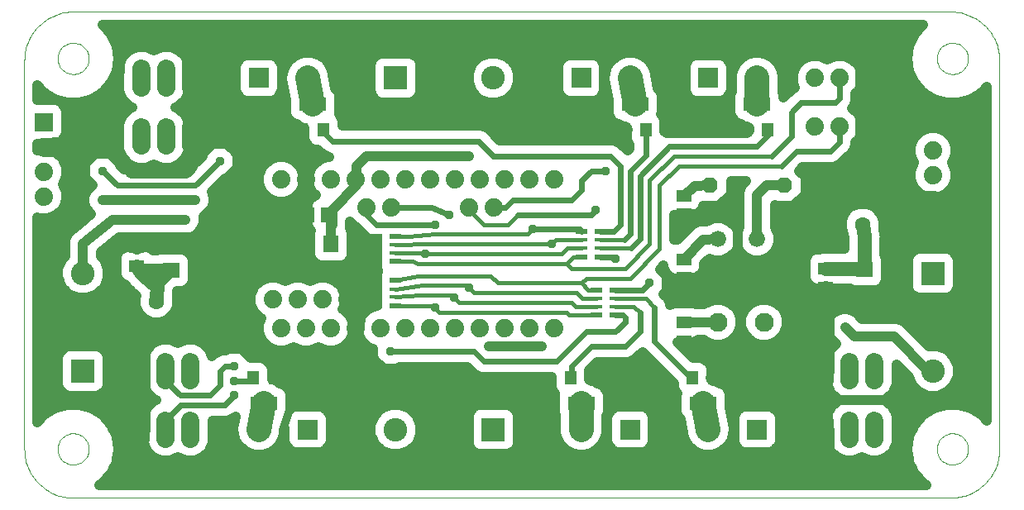
<source format=gbl>
G75*
%MOIN*%
%OFA0B0*%
%FSLAX24Y24*%
%IPPOS*%
%LPD*%
%AMOC8*
5,1,8,0,0,1.08239X$1,22.5*
%
%ADD10C,0.0000*%
%ADD11C,0.0740*%
%ADD12C,0.0740*%
%ADD13R,0.0591X0.0512*%
%ADD14R,0.0709X0.0630*%
%ADD15OC8,0.0630*%
%ADD16C,0.0630*%
%ADD17C,0.0660*%
%ADD18R,0.0950X0.0950*%
%ADD19C,0.0950*%
%ADD20R,0.0800X0.0800*%
%ADD21C,0.0800*%
%ADD22R,0.0630X0.0709*%
%ADD23R,0.0512X0.0591*%
%ADD24R,0.1102X0.0551*%
%ADD25R,0.0472X0.0551*%
%ADD26R,0.0453X0.0173*%
%ADD27R,0.0453X0.0248*%
%ADD28C,0.0768*%
%ADD29R,0.0740X0.0740*%
%ADD30C,0.0240*%
%ADD31C,0.0500*%
%ADD32C,0.0400*%
%ADD33C,0.0660*%
%ADD34C,0.0560*%
%ADD35C,0.0760*%
%ADD36C,0.1000*%
%ADD37C,0.0700*%
%ADD38C,0.0320*%
%ADD39OC8,0.0356*%
%ADD40C,0.0160*%
D10*
X002269Y000300D02*
X037623Y000300D01*
X037709Y000302D01*
X037795Y000307D01*
X037880Y000317D01*
X037965Y000330D01*
X038049Y000347D01*
X038133Y000367D01*
X038215Y000391D01*
X038296Y000419D01*
X038377Y000450D01*
X038455Y000484D01*
X038532Y000522D01*
X038608Y000564D01*
X038681Y000608D01*
X038752Y000656D01*
X038822Y000707D01*
X038889Y000761D01*
X038953Y000817D01*
X039015Y000877D01*
X039075Y000939D01*
X039131Y001003D01*
X039185Y001070D01*
X039236Y001140D01*
X039284Y001211D01*
X039328Y001284D01*
X039370Y001360D01*
X039408Y001437D01*
X039442Y001515D01*
X039473Y001596D01*
X039501Y001677D01*
X039525Y001759D01*
X039545Y001843D01*
X039562Y001927D01*
X039575Y002012D01*
X039585Y002097D01*
X039590Y002183D01*
X039592Y002269D01*
X039591Y002269D02*
X039591Y017938D01*
X037072Y018017D02*
X037074Y018067D01*
X037080Y018117D01*
X037090Y018166D01*
X037104Y018214D01*
X037121Y018261D01*
X037142Y018306D01*
X037167Y018350D01*
X037195Y018391D01*
X037227Y018430D01*
X037261Y018467D01*
X037298Y018501D01*
X037338Y018531D01*
X037380Y018558D01*
X037424Y018582D01*
X037470Y018603D01*
X037517Y018619D01*
X037565Y018632D01*
X037615Y018641D01*
X037664Y018646D01*
X037715Y018647D01*
X037765Y018644D01*
X037814Y018637D01*
X037863Y018626D01*
X037911Y018611D01*
X037957Y018593D01*
X038002Y018571D01*
X038045Y018545D01*
X038086Y018516D01*
X038125Y018484D01*
X038161Y018449D01*
X038193Y018411D01*
X038223Y018371D01*
X038250Y018328D01*
X038273Y018284D01*
X038292Y018238D01*
X038308Y018190D01*
X038320Y018141D01*
X038328Y018092D01*
X038332Y018042D01*
X038332Y017992D01*
X038328Y017942D01*
X038320Y017893D01*
X038308Y017844D01*
X038292Y017796D01*
X038273Y017750D01*
X038250Y017706D01*
X038223Y017663D01*
X038193Y017623D01*
X038161Y017585D01*
X038125Y017550D01*
X038086Y017518D01*
X038045Y017489D01*
X038002Y017463D01*
X037957Y017441D01*
X037911Y017423D01*
X037863Y017408D01*
X037814Y017397D01*
X037765Y017390D01*
X037715Y017387D01*
X037664Y017388D01*
X037615Y017393D01*
X037565Y017402D01*
X037517Y017415D01*
X037470Y017431D01*
X037424Y017452D01*
X037380Y017476D01*
X037338Y017503D01*
X037298Y017533D01*
X037261Y017567D01*
X037227Y017604D01*
X037195Y017643D01*
X037167Y017684D01*
X037142Y017728D01*
X037121Y017773D01*
X037104Y017820D01*
X037090Y017868D01*
X037080Y017917D01*
X037074Y017967D01*
X037072Y018017D01*
X037623Y019907D02*
X037709Y019905D01*
X037795Y019900D01*
X037880Y019890D01*
X037965Y019877D01*
X038049Y019860D01*
X038133Y019840D01*
X038215Y019816D01*
X038296Y019788D01*
X038377Y019757D01*
X038455Y019723D01*
X038532Y019685D01*
X038608Y019643D01*
X038681Y019599D01*
X038752Y019551D01*
X038822Y019500D01*
X038889Y019446D01*
X038953Y019390D01*
X039015Y019330D01*
X039075Y019268D01*
X039131Y019204D01*
X039185Y019137D01*
X039236Y019067D01*
X039284Y018996D01*
X039328Y018923D01*
X039370Y018847D01*
X039408Y018770D01*
X039442Y018692D01*
X039473Y018611D01*
X039501Y018530D01*
X039525Y018448D01*
X039545Y018364D01*
X039562Y018280D01*
X039575Y018195D01*
X039585Y018110D01*
X039590Y018024D01*
X039592Y017938D01*
X037623Y019906D02*
X002269Y019906D01*
X001639Y018017D02*
X001641Y018067D01*
X001647Y018117D01*
X001657Y018166D01*
X001671Y018214D01*
X001688Y018261D01*
X001709Y018306D01*
X001734Y018350D01*
X001762Y018391D01*
X001794Y018430D01*
X001828Y018467D01*
X001865Y018501D01*
X001905Y018531D01*
X001947Y018558D01*
X001991Y018582D01*
X002037Y018603D01*
X002084Y018619D01*
X002132Y018632D01*
X002182Y018641D01*
X002231Y018646D01*
X002282Y018647D01*
X002332Y018644D01*
X002381Y018637D01*
X002430Y018626D01*
X002478Y018611D01*
X002524Y018593D01*
X002569Y018571D01*
X002612Y018545D01*
X002653Y018516D01*
X002692Y018484D01*
X002728Y018449D01*
X002760Y018411D01*
X002790Y018371D01*
X002817Y018328D01*
X002840Y018284D01*
X002859Y018238D01*
X002875Y018190D01*
X002887Y018141D01*
X002895Y018092D01*
X002899Y018042D01*
X002899Y017992D01*
X002895Y017942D01*
X002887Y017893D01*
X002875Y017844D01*
X002859Y017796D01*
X002840Y017750D01*
X002817Y017706D01*
X002790Y017663D01*
X002760Y017623D01*
X002728Y017585D01*
X002692Y017550D01*
X002653Y017518D01*
X002612Y017489D01*
X002569Y017463D01*
X002524Y017441D01*
X002478Y017423D01*
X002430Y017408D01*
X002381Y017397D01*
X002332Y017390D01*
X002282Y017387D01*
X002231Y017388D01*
X002182Y017393D01*
X002132Y017402D01*
X002084Y017415D01*
X002037Y017431D01*
X001991Y017452D01*
X001947Y017476D01*
X001905Y017503D01*
X001865Y017533D01*
X001828Y017567D01*
X001794Y017604D01*
X001762Y017643D01*
X001734Y017684D01*
X001709Y017728D01*
X001688Y017773D01*
X001671Y017820D01*
X001657Y017868D01*
X001647Y017917D01*
X001641Y017967D01*
X001639Y018017D01*
X000300Y017938D02*
X000302Y018024D01*
X000307Y018110D01*
X000317Y018195D01*
X000330Y018280D01*
X000347Y018364D01*
X000367Y018448D01*
X000391Y018530D01*
X000419Y018611D01*
X000450Y018692D01*
X000484Y018770D01*
X000522Y018847D01*
X000564Y018923D01*
X000608Y018996D01*
X000656Y019067D01*
X000707Y019137D01*
X000761Y019204D01*
X000817Y019268D01*
X000877Y019330D01*
X000939Y019390D01*
X001003Y019446D01*
X001070Y019500D01*
X001140Y019551D01*
X001211Y019599D01*
X001285Y019643D01*
X001360Y019685D01*
X001437Y019723D01*
X001515Y019757D01*
X001596Y019788D01*
X001677Y019816D01*
X001759Y019840D01*
X001843Y019860D01*
X001927Y019877D01*
X002012Y019890D01*
X002097Y019900D01*
X002183Y019905D01*
X002269Y019907D01*
X000300Y017938D02*
X000300Y002269D01*
X001639Y002269D02*
X001641Y002319D01*
X001647Y002369D01*
X001657Y002418D01*
X001671Y002466D01*
X001688Y002513D01*
X001709Y002558D01*
X001734Y002602D01*
X001762Y002643D01*
X001794Y002682D01*
X001828Y002719D01*
X001865Y002753D01*
X001905Y002783D01*
X001947Y002810D01*
X001991Y002834D01*
X002037Y002855D01*
X002084Y002871D01*
X002132Y002884D01*
X002182Y002893D01*
X002231Y002898D01*
X002282Y002899D01*
X002332Y002896D01*
X002381Y002889D01*
X002430Y002878D01*
X002478Y002863D01*
X002524Y002845D01*
X002569Y002823D01*
X002612Y002797D01*
X002653Y002768D01*
X002692Y002736D01*
X002728Y002701D01*
X002760Y002663D01*
X002790Y002623D01*
X002817Y002580D01*
X002840Y002536D01*
X002859Y002490D01*
X002875Y002442D01*
X002887Y002393D01*
X002895Y002344D01*
X002899Y002294D01*
X002899Y002244D01*
X002895Y002194D01*
X002887Y002145D01*
X002875Y002096D01*
X002859Y002048D01*
X002840Y002002D01*
X002817Y001958D01*
X002790Y001915D01*
X002760Y001875D01*
X002728Y001837D01*
X002692Y001802D01*
X002653Y001770D01*
X002612Y001741D01*
X002569Y001715D01*
X002524Y001693D01*
X002478Y001675D01*
X002430Y001660D01*
X002381Y001649D01*
X002332Y001642D01*
X002282Y001639D01*
X002231Y001640D01*
X002182Y001645D01*
X002132Y001654D01*
X002084Y001667D01*
X002037Y001683D01*
X001991Y001704D01*
X001947Y001728D01*
X001905Y001755D01*
X001865Y001785D01*
X001828Y001819D01*
X001794Y001856D01*
X001762Y001895D01*
X001734Y001936D01*
X001709Y001980D01*
X001688Y002025D01*
X001671Y002072D01*
X001657Y002120D01*
X001647Y002169D01*
X001641Y002219D01*
X001639Y002269D01*
X000300Y002269D02*
X000302Y002183D01*
X000307Y002097D01*
X000317Y002012D01*
X000330Y001927D01*
X000347Y001843D01*
X000367Y001759D01*
X000391Y001677D01*
X000419Y001596D01*
X000450Y001515D01*
X000484Y001437D01*
X000522Y001360D01*
X000564Y001285D01*
X000608Y001211D01*
X000656Y001140D01*
X000707Y001070D01*
X000761Y001003D01*
X000817Y000939D01*
X000877Y000877D01*
X000939Y000817D01*
X001003Y000761D01*
X001070Y000707D01*
X001140Y000656D01*
X001211Y000608D01*
X001284Y000564D01*
X001360Y000522D01*
X001437Y000484D01*
X001515Y000450D01*
X001596Y000419D01*
X001677Y000391D01*
X001759Y000367D01*
X001843Y000347D01*
X001927Y000330D01*
X002012Y000317D01*
X002097Y000307D01*
X002183Y000302D01*
X002269Y000300D01*
X037072Y002269D02*
X037074Y002319D01*
X037080Y002369D01*
X037090Y002418D01*
X037104Y002466D01*
X037121Y002513D01*
X037142Y002558D01*
X037167Y002602D01*
X037195Y002643D01*
X037227Y002682D01*
X037261Y002719D01*
X037298Y002753D01*
X037338Y002783D01*
X037380Y002810D01*
X037424Y002834D01*
X037470Y002855D01*
X037517Y002871D01*
X037565Y002884D01*
X037615Y002893D01*
X037664Y002898D01*
X037715Y002899D01*
X037765Y002896D01*
X037814Y002889D01*
X037863Y002878D01*
X037911Y002863D01*
X037957Y002845D01*
X038002Y002823D01*
X038045Y002797D01*
X038086Y002768D01*
X038125Y002736D01*
X038161Y002701D01*
X038193Y002663D01*
X038223Y002623D01*
X038250Y002580D01*
X038273Y002536D01*
X038292Y002490D01*
X038308Y002442D01*
X038320Y002393D01*
X038328Y002344D01*
X038332Y002294D01*
X038332Y002244D01*
X038328Y002194D01*
X038320Y002145D01*
X038308Y002096D01*
X038292Y002048D01*
X038273Y002002D01*
X038250Y001958D01*
X038223Y001915D01*
X038193Y001875D01*
X038161Y001837D01*
X038125Y001802D01*
X038086Y001770D01*
X038045Y001741D01*
X038002Y001715D01*
X037957Y001693D01*
X037911Y001675D01*
X037863Y001660D01*
X037814Y001649D01*
X037765Y001642D01*
X037715Y001639D01*
X037664Y001640D01*
X037615Y001645D01*
X037565Y001654D01*
X037517Y001667D01*
X037470Y001683D01*
X037424Y001704D01*
X037380Y001728D01*
X037338Y001755D01*
X037298Y001785D01*
X037261Y001819D01*
X037227Y001856D01*
X037195Y001895D01*
X037167Y001936D01*
X037142Y001980D01*
X037121Y002025D01*
X037104Y002072D01*
X037090Y002120D01*
X037080Y002169D01*
X037074Y002219D01*
X037072Y002269D01*
D11*
X021654Y007143D03*
X020654Y007143D03*
X019654Y007143D03*
X018654Y007143D03*
X017654Y007143D03*
X016654Y007143D03*
X015654Y007143D03*
X014654Y007143D03*
X013654Y007143D03*
X012654Y007143D03*
X011654Y007143D03*
X010654Y007143D03*
X010316Y008300D03*
X011316Y008300D03*
X012316Y008300D03*
X013316Y008300D03*
X014092Y012018D03*
X015092Y012018D03*
X014654Y013143D03*
X013654Y013143D03*
X012654Y013143D03*
X011654Y013143D03*
X010654Y013143D03*
X015654Y013143D03*
X016654Y013143D03*
X017654Y013143D03*
X018654Y013143D03*
X019654Y013143D03*
X020654Y013143D03*
X021654Y013143D03*
X019217Y012018D03*
X018217Y012018D03*
X032158Y015261D03*
X033158Y015261D03*
X034158Y015261D03*
X036914Y014308D03*
X036914Y013308D03*
X036914Y012308D03*
X034158Y017229D03*
X033158Y017229D03*
X032158Y017229D03*
X001087Y014457D03*
X001087Y013457D03*
X001087Y012457D03*
D12*
X005024Y014497D02*
X005024Y015237D01*
X006024Y015237D02*
X006024Y014497D01*
X007024Y014497D02*
X007024Y015237D01*
X007024Y016859D02*
X007024Y017599D01*
X006024Y017599D02*
X006024Y016859D01*
X005024Y016859D02*
X005024Y017599D01*
X004993Y005788D02*
X004993Y005048D01*
X005993Y005048D02*
X005993Y005788D01*
X006993Y005788D02*
X006993Y005048D01*
X006993Y003426D02*
X006993Y002686D01*
X005993Y002686D02*
X005993Y003426D01*
X004993Y003426D02*
X004993Y002686D01*
X032552Y002686D02*
X032552Y003426D01*
X033552Y003426D02*
X033552Y002686D01*
X034552Y002686D02*
X034552Y003426D01*
X034552Y005048D02*
X034552Y005788D01*
X033552Y005788D02*
X033552Y005048D01*
X032552Y005048D02*
X032552Y005788D01*
D13*
X026875Y006619D03*
X026875Y007367D03*
X026875Y009178D03*
X026875Y009926D03*
X026875Y011737D03*
X026875Y012485D03*
X032583Y009532D03*
X032583Y008784D03*
X004828Y009650D03*
X004828Y010398D03*
D14*
X006206Y010576D03*
X006206Y009473D03*
X034158Y009513D03*
X034158Y008410D03*
D15*
X032671Y011324D03*
X030934Y012898D03*
X027934Y012898D03*
X007031Y008206D03*
D16*
X005631Y008206D03*
X034071Y011324D03*
D17*
X029828Y010733D03*
X028253Y010733D03*
D18*
X036914Y009355D03*
X019198Y003056D03*
X002662Y005418D03*
X015261Y017229D03*
D19*
X017229Y017229D03*
X019198Y017229D03*
X002662Y009355D03*
X002662Y007387D03*
X015261Y003056D03*
X017229Y003056D03*
X036914Y005418D03*
X036914Y007387D03*
D20*
X029828Y003056D03*
X024709Y003056D03*
X011717Y003056D03*
X009749Y017229D03*
X022741Y017229D03*
X027859Y017229D03*
D21*
X029828Y017229D03*
X024709Y017229D03*
X011717Y017229D03*
X009749Y003056D03*
X022741Y003056D03*
X027859Y003056D03*
D22*
X012662Y010536D03*
X011560Y010536D03*
D23*
X011737Y011717D03*
X012485Y011717D03*
D24*
X011914Y016166D03*
X024906Y016166D03*
X029828Y016166D03*
X027662Y004119D03*
X022741Y004119D03*
X009946Y004119D03*
D25*
X010379Y005143D03*
X009513Y005143D03*
X022308Y005143D03*
X023174Y005143D03*
X027229Y005143D03*
X028095Y005143D03*
X029394Y015143D03*
X030261Y015143D03*
X025339Y015143D03*
X024473Y015143D03*
X012347Y015143D03*
X011481Y015143D03*
D26*
X014483Y010497D03*
X014483Y010182D03*
X015251Y010182D03*
X015251Y010497D03*
X015251Y008725D03*
X015251Y008410D03*
X014483Y008410D03*
X014483Y008725D03*
X022751Y010379D03*
X022751Y010694D03*
X023519Y010694D03*
X023519Y010379D03*
X023341Y008331D03*
X023341Y008017D03*
X024109Y008017D03*
X024109Y008331D03*
D27*
X024109Y008684D03*
X023341Y008684D03*
X023341Y007664D03*
X024109Y007664D03*
X023519Y010026D03*
X022751Y010026D03*
X022751Y011046D03*
X023519Y011046D03*
X015251Y010849D03*
X014483Y010849D03*
X014483Y009830D03*
X015251Y009830D03*
X015251Y009078D03*
X014483Y009078D03*
X014483Y008058D03*
X015251Y008058D03*
D28*
X028253Y007387D03*
X030103Y007387D03*
D29*
X001087Y015457D03*
D30*
X003450Y013489D02*
X004040Y012898D01*
X007190Y012898D01*
X008174Y013883D01*
X012308Y015064D02*
X012702Y014670D01*
X018607Y014670D01*
X019198Y014080D01*
X023922Y014080D01*
X024316Y013686D01*
X024316Y011324D01*
X024038Y011046D01*
X023519Y011046D01*
X022751Y011046D02*
X022670Y011127D01*
X020772Y011127D01*
X020182Y011717D02*
X023135Y011717D01*
X023331Y011914D01*
X022741Y012702D02*
X022347Y012308D01*
X019985Y012308D01*
X019695Y012018D01*
X019217Y012018D01*
X017426Y011717D02*
X016732Y012018D01*
X015092Y012018D01*
X014473Y011324D02*
X014092Y011705D01*
X014092Y012018D01*
X014473Y011324D02*
X016835Y011324D01*
X014483Y010849D02*
X014483Y010497D01*
X014483Y010182D01*
X014483Y009830D01*
X013686Y009239D01*
X014483Y009078D02*
X014483Y008725D01*
X014483Y008410D01*
X014483Y008058D01*
X014483Y009078D02*
X014483Y009830D01*
X011873Y009239D02*
X011560Y010536D01*
X015064Y006206D02*
X018410Y006206D01*
X018804Y005812D01*
X021757Y005812D01*
X022938Y006993D01*
X024119Y006993D01*
X024513Y007387D01*
X024513Y007583D01*
X024432Y007664D01*
X024109Y007664D01*
X025103Y007780D02*
X025103Y006993D01*
X024513Y006402D01*
X023135Y006402D01*
X022347Y005615D01*
X022347Y005182D01*
X025694Y006599D02*
X027072Y005221D01*
X027229Y005143D01*
X025694Y006599D02*
X025694Y007977D01*
X025219Y008684D02*
X025497Y008961D01*
X025219Y008684D02*
X024109Y008684D01*
X024038Y010026D02*
X023519Y010026D01*
X024473Y010694D02*
X024709Y010930D01*
X024709Y013489D01*
X025339Y014119D01*
X025339Y015143D01*
X026284Y014473D02*
X025103Y013292D01*
X025103Y010733D01*
X024749Y010379D01*
X022741Y012702D02*
X022741Y013095D01*
X023135Y013489D01*
X023725Y013489D01*
X026284Y014473D02*
X029828Y014473D01*
X030261Y014906D01*
X030418Y014080D02*
X031206Y014867D01*
X031206Y015851D01*
X031599Y016245D01*
X032977Y016245D01*
X033158Y016426D01*
X033158Y017229D01*
X033158Y015261D02*
X033158Y014654D01*
X032780Y014276D01*
X031402Y014276D01*
X030812Y013686D01*
X012347Y015143D02*
X012308Y015064D01*
X008765Y005615D02*
X008371Y005615D01*
X008174Y005418D01*
X008174Y004828D01*
X007780Y004434D01*
X006599Y004434D01*
X005993Y005009D01*
X005993Y005418D01*
X006599Y004040D02*
X006009Y003450D01*
X006009Y003072D01*
X005993Y003056D01*
X006599Y004040D02*
X008371Y004040D01*
X008765Y004434D01*
X008765Y005024D02*
X009355Y005024D01*
X009552Y005221D01*
X009513Y005143D01*
D31*
X010379Y005143D02*
X010379Y005772D01*
X010339Y006009D01*
X008371Y007977D01*
X008371Y008520D01*
X009355Y009355D02*
X009355Y010556D01*
X011873Y009239D02*
X013686Y009239D01*
X013686Y008568D01*
D32*
X013206Y008477D02*
X013070Y008804D01*
X012820Y009055D01*
X012493Y009190D01*
X012139Y009190D01*
X011816Y009056D01*
X011493Y009190D01*
X011139Y009190D01*
X010816Y009056D01*
X010493Y009190D01*
X010139Y009190D01*
X009812Y009055D01*
X009561Y008804D01*
X009426Y008477D01*
X009426Y008123D01*
X009561Y007796D01*
X009812Y007545D01*
X009851Y007529D01*
X009764Y007320D01*
X009764Y006965D01*
X009900Y006638D01*
X010150Y006388D01*
X010477Y006253D01*
X010831Y006253D01*
X011154Y006386D01*
X011477Y006253D01*
X011831Y006253D01*
X012154Y006386D01*
X012477Y006253D01*
X012831Y006253D01*
X013158Y006388D01*
X013409Y006638D01*
X013544Y006965D01*
X013544Y007320D01*
X013409Y007647D01*
X013158Y007897D01*
X013119Y007913D01*
X013206Y008123D01*
X013206Y008477D01*
X013206Y008270D02*
X014504Y008270D01*
X014504Y008033D02*
X014477Y008033D01*
X014150Y007897D01*
X013900Y007647D01*
X013764Y007320D01*
X013764Y006965D01*
X013900Y006638D01*
X014150Y006388D01*
X014366Y006299D01*
X014366Y005916D01*
X014775Y005507D01*
X015353Y005507D01*
X015411Y005566D01*
X018145Y005566D01*
X018441Y005269D01*
X018677Y005172D01*
X021552Y005172D01*
X021552Y004763D01*
X021631Y004572D01*
X021680Y004523D01*
X021670Y004498D01*
X021670Y003740D01*
X021721Y003616D01*
X021721Y002922D01*
X021790Y002662D01*
X021925Y002430D01*
X022115Y002240D01*
X022347Y002105D01*
X022607Y002036D01*
X022875Y002036D01*
X023135Y002105D01*
X023367Y002240D01*
X023557Y002430D01*
X023691Y002662D01*
X023761Y002922D01*
X023761Y003616D01*
X023812Y003740D01*
X023812Y004498D01*
X023733Y004689D01*
X023587Y004835D01*
X023396Y004914D01*
X023388Y004914D01*
X023367Y004935D01*
X023135Y005069D01*
X023064Y005088D01*
X023064Y005427D01*
X023400Y005762D01*
X024640Y005762D01*
X024875Y005860D01*
X025055Y006040D01*
X025202Y006186D01*
X026473Y004915D01*
X026473Y004763D01*
X026552Y004572D01*
X026601Y004523D01*
X026591Y004498D01*
X026591Y003740D01*
X026670Y003549D01*
X026744Y003475D01*
X026881Y002738D01*
X026996Y002496D01*
X027171Y002291D01*
X027392Y002139D01*
X027645Y002050D01*
X027913Y002029D01*
X028177Y002077D01*
X028419Y002193D01*
X028624Y002367D01*
X028776Y002589D01*
X028865Y002842D01*
X028886Y003110D01*
X028733Y003936D01*
X028733Y004498D01*
X028654Y004689D01*
X028508Y004835D01*
X028317Y004914D01*
X028305Y004914D01*
X028129Y005035D01*
X027985Y005087D01*
X027985Y005522D01*
X027906Y005713D01*
X027760Y005859D01*
X027569Y005938D01*
X027260Y005938D01*
X026607Y006591D01*
X027274Y006591D01*
X027456Y006667D01*
X027695Y006667D01*
X027741Y006620D01*
X028073Y006483D01*
X028433Y006483D01*
X028765Y006620D01*
X029019Y006875D01*
X029157Y007207D01*
X029157Y007566D01*
X029019Y007899D01*
X028765Y008153D01*
X028433Y008290D01*
X028073Y008290D01*
X027741Y008153D01*
X027695Y008107D01*
X027361Y008107D01*
X027274Y008143D01*
X026476Y008143D01*
X026334Y008084D01*
X026334Y008104D01*
X026236Y008340D01*
X026056Y008520D01*
X026046Y008524D01*
X026195Y008672D01*
X026195Y009251D01*
X025923Y009523D01*
X026060Y009660D01*
X026060Y009567D01*
X026139Y009376D01*
X026285Y009229D01*
X026476Y009150D01*
X027274Y009150D01*
X027465Y009229D01*
X027611Y009376D01*
X027690Y009567D01*
X027690Y009731D01*
X027909Y009955D01*
X028084Y009883D01*
X028422Y009883D01*
X028734Y010012D01*
X028973Y010252D01*
X029040Y010413D01*
X029107Y010252D01*
X029346Y010012D01*
X029658Y009883D01*
X029997Y009883D01*
X030309Y010012D01*
X030548Y010252D01*
X030678Y010564D01*
X030678Y010902D01*
X030548Y011215D01*
X030548Y012104D01*
X030588Y012063D01*
X031280Y012063D01*
X031769Y012553D01*
X031769Y013244D01*
X031522Y013491D01*
X031667Y013636D01*
X032908Y013636D01*
X033143Y013734D01*
X033323Y013914D01*
X033701Y014292D01*
X033798Y014527D01*
X033798Y014642D01*
X033913Y014756D01*
X034048Y015084D01*
X034048Y015438D01*
X033913Y015765D01*
X033662Y016015D01*
X033655Y016018D01*
X033701Y016063D01*
X033798Y016299D01*
X033798Y016610D01*
X033913Y016725D01*
X034048Y017052D01*
X034048Y017406D01*
X033913Y017733D01*
X033662Y017984D01*
X033335Y018119D01*
X032981Y018119D01*
X032658Y017985D01*
X032335Y018119D01*
X031981Y018119D01*
X031654Y017984D01*
X031404Y017733D01*
X031268Y017406D01*
X031268Y017052D01*
X031357Y016837D01*
X031237Y016787D01*
X030899Y016450D01*
X030899Y016545D01*
X030848Y016669D01*
X030848Y017363D01*
X030778Y017623D01*
X030644Y017855D01*
X030454Y018045D01*
X030221Y018180D01*
X029962Y018249D01*
X029693Y018249D01*
X029434Y018180D01*
X029201Y018045D01*
X029011Y017855D01*
X028877Y017623D01*
X028808Y017363D01*
X028808Y016669D01*
X028756Y016545D01*
X028756Y015787D01*
X028836Y015596D01*
X028982Y015450D01*
X029173Y015371D01*
X029181Y015371D01*
X029201Y015350D01*
X029434Y015216D01*
X029504Y015197D01*
X029504Y015113D01*
X026157Y015113D01*
X026096Y015088D01*
X026096Y015522D01*
X026016Y015713D01*
X025967Y015762D01*
X025977Y015787D01*
X025977Y016545D01*
X025898Y016736D01*
X025824Y016810D01*
X025688Y017547D01*
X025572Y017789D01*
X025398Y017994D01*
X025177Y018146D01*
X024923Y018235D01*
X024656Y018257D01*
X024392Y018208D01*
X024149Y018092D01*
X023945Y017918D01*
X023793Y017696D01*
X023703Y017443D01*
X023682Y017175D01*
X023835Y016349D01*
X023835Y015787D01*
X023914Y015596D01*
X024061Y015450D01*
X024252Y015371D01*
X024263Y015371D01*
X024439Y015250D01*
X024583Y015199D01*
X024583Y014763D01*
X024662Y014572D01*
X024699Y014535D01*
X024699Y014384D01*
X024611Y014296D01*
X024285Y014622D01*
X024049Y014720D01*
X019463Y014720D01*
X018970Y015213D01*
X018734Y015310D01*
X013103Y015310D01*
X013103Y015522D01*
X013024Y015713D01*
X012975Y015762D01*
X012985Y015787D01*
X012985Y016545D01*
X012906Y016736D01*
X012832Y016810D01*
X012696Y017547D01*
X012580Y017789D01*
X012406Y017994D01*
X012185Y018146D01*
X011931Y018235D01*
X011664Y018257D01*
X011400Y018208D01*
X011157Y018092D01*
X010953Y017918D01*
X010801Y017696D01*
X010711Y017443D01*
X010690Y017175D01*
X010843Y016349D01*
X010843Y015787D01*
X010922Y015596D01*
X011068Y015450D01*
X011260Y015371D01*
X011271Y015371D01*
X011447Y015250D01*
X011591Y015199D01*
X011591Y014763D01*
X011670Y014572D01*
X011816Y014426D01*
X012008Y014347D01*
X012120Y014347D01*
X012159Y014308D01*
X012339Y014128D01*
X012568Y014033D01*
X012477Y014033D01*
X012150Y013897D01*
X011900Y013647D01*
X011764Y013320D01*
X011764Y012965D01*
X011900Y012638D01*
X012041Y012497D01*
X011935Y012453D01*
X011788Y012307D01*
X011709Y012116D01*
X011709Y011319D01*
X011788Y011127D01*
X011855Y011061D01*
X011827Y010994D01*
X011827Y010078D01*
X011906Y009887D01*
X012053Y009741D01*
X012244Y009662D01*
X013081Y009662D01*
X013272Y009741D01*
X013418Y009887D01*
X013497Y010078D01*
X013497Y010994D01*
X013421Y011178D01*
X013422Y011180D01*
X013422Y011221D01*
X013433Y011260D01*
X013422Y011363D01*
X013422Y011429D01*
X013588Y011263D01*
X013658Y011234D01*
X013931Y010961D01*
X014111Y010781D01*
X014346Y010684D01*
X014504Y010684D01*
X014504Y009602D01*
X014566Y009454D01*
X014504Y009305D01*
X014504Y008033D01*
X014125Y007872D02*
X013184Y007872D01*
X013481Y007473D02*
X013828Y007473D01*
X013764Y007075D02*
X013544Y007075D01*
X013424Y006676D02*
X013884Y006676D01*
X014366Y006278D02*
X012892Y006278D01*
X012417Y006278D02*
X011892Y006278D01*
X011417Y006278D02*
X010892Y006278D01*
X010417Y006278D02*
X009089Y006278D01*
X009054Y006313D02*
X008475Y006313D01*
X008417Y006255D01*
X008244Y006255D01*
X008008Y006158D01*
X007863Y006012D01*
X007747Y006292D01*
X007497Y006543D01*
X007170Y006678D01*
X006816Y006678D01*
X006493Y006544D01*
X006170Y006678D01*
X005816Y006678D01*
X005489Y006543D01*
X005238Y006292D01*
X005103Y005965D01*
X005103Y004871D01*
X005238Y004544D01*
X005489Y004294D01*
X005625Y004237D01*
X005489Y004180D01*
X005238Y003930D01*
X005103Y003603D01*
X005103Y002509D01*
X005238Y002182D01*
X005489Y001931D01*
X005816Y001796D01*
X006170Y001796D01*
X006493Y001930D01*
X006816Y001796D01*
X007170Y001796D01*
X007497Y001931D01*
X007747Y002182D01*
X007883Y002509D01*
X007883Y003400D01*
X008498Y003400D01*
X008733Y003498D01*
X008807Y003571D01*
X008721Y003110D01*
X008743Y002842D01*
X008832Y002589D01*
X008984Y002367D01*
X009189Y002193D01*
X009431Y002077D01*
X009695Y002029D01*
X009963Y002050D01*
X010216Y002139D01*
X010437Y002291D01*
X010612Y002496D01*
X010727Y002738D01*
X010797Y003116D01*
X010797Y002552D01*
X010876Y002361D01*
X011023Y002215D01*
X011214Y002136D01*
X012221Y002136D01*
X012412Y002215D01*
X012558Y002361D01*
X012637Y002552D01*
X012637Y003559D01*
X012558Y003750D01*
X012412Y003897D01*
X012221Y003976D01*
X011214Y003976D01*
X011023Y003897D01*
X011017Y003891D01*
X011017Y004498D01*
X010938Y004689D01*
X010791Y004835D01*
X010600Y004914D01*
X010585Y004914D01*
X010506Y004982D01*
X010269Y005095D01*
X010269Y005522D01*
X010190Y005713D01*
X010043Y005859D01*
X009852Y005938D01*
X009429Y005938D01*
X009054Y006313D01*
X008440Y006278D02*
X007754Y006278D01*
X007175Y006676D02*
X009884Y006676D01*
X009764Y007075D02*
X000820Y007075D01*
X000820Y007473D02*
X005218Y007473D01*
X005159Y007498D02*
X005465Y007371D01*
X005798Y007371D01*
X006104Y007498D01*
X006339Y007733D01*
X006466Y008039D01*
X006466Y008372D01*
X006438Y008440D01*
X006444Y008638D01*
X006663Y008638D01*
X006854Y008717D01*
X007001Y008864D01*
X007080Y009055D01*
X007080Y009892D01*
X007001Y010083D01*
X006854Y010229D01*
X006663Y010308D01*
X005748Y010308D01*
X005663Y010273D01*
X005491Y010273D01*
X005417Y010347D01*
X005226Y010426D01*
X005070Y010426D01*
X004956Y010441D01*
X004828Y010466D01*
X004799Y010460D01*
X004769Y010464D01*
X004644Y010430D01*
X004627Y010426D01*
X004429Y010426D01*
X004238Y010347D01*
X004091Y010201D01*
X004012Y010010D01*
X004012Y009653D01*
X004012Y009651D01*
X004012Y009649D01*
X004012Y009291D01*
X004091Y009100D01*
X004238Y008954D01*
X004352Y008906D01*
X004371Y008866D01*
X004415Y008827D01*
X004447Y008779D01*
X004532Y008722D01*
X004831Y008454D01*
X004796Y008372D01*
X004796Y008039D01*
X004924Y007733D01*
X005159Y007498D01*
X004866Y007872D02*
X000820Y007872D01*
X000820Y008270D02*
X004796Y008270D01*
X004592Y008669D02*
X003383Y008669D01*
X003506Y008791D02*
X003226Y008512D01*
X002860Y008360D01*
X002464Y008360D01*
X002099Y008512D01*
X001819Y008791D01*
X001667Y009157D01*
X001667Y009553D01*
X001819Y009919D01*
X001942Y010042D01*
X001942Y010427D01*
X001932Y010459D01*
X001942Y010569D01*
X001942Y010679D01*
X001955Y010711D01*
X001958Y010744D01*
X002010Y010842D01*
X002052Y010944D01*
X002076Y010968D01*
X002091Y010998D01*
X002176Y011068D01*
X002254Y011147D01*
X002285Y011159D01*
X002991Y011748D01*
X002839Y011900D01*
X002817Y011953D01*
X002751Y012019D01*
X002751Y012112D01*
X002730Y012165D01*
X002730Y012451D01*
X002751Y012504D01*
X002751Y012597D01*
X002817Y012663D01*
X002839Y012716D01*
X003037Y012914D01*
X002751Y013200D01*
X002751Y013778D01*
X003160Y014187D01*
X003739Y014187D01*
X004148Y013778D01*
X004148Y013696D01*
X004305Y013538D01*
X006925Y013538D01*
X007476Y014090D01*
X007476Y014172D01*
X007885Y014581D01*
X008463Y014581D01*
X008872Y014172D01*
X008872Y013594D01*
X008463Y013185D01*
X008381Y013185D01*
X007841Y012644D01*
X007888Y012597D01*
X007888Y012504D01*
X007910Y012451D01*
X007910Y012165D01*
X007888Y012112D01*
X007888Y012019D01*
X007822Y011953D01*
X007800Y011900D01*
X007598Y011697D01*
X007545Y011676D01*
X007516Y011647D01*
X007516Y011377D01*
X007494Y011324D01*
X007494Y011231D01*
X007428Y011165D01*
X007406Y011113D01*
X007204Y010910D01*
X007151Y010888D01*
X007085Y010822D01*
X006992Y010822D01*
X006939Y010800D01*
X004104Y010800D01*
X003382Y010199D01*
X003382Y010042D01*
X003506Y009919D01*
X003657Y009553D01*
X003657Y009157D01*
X003506Y008791D01*
X003620Y009067D02*
X004124Y009067D01*
X004012Y009466D02*
X003657Y009466D01*
X003528Y009864D02*
X004012Y009864D01*
X004153Y010263D02*
X003458Y010263D01*
X003937Y010661D02*
X011827Y010661D01*
X011560Y010536D02*
X011560Y011284D01*
X011520Y011324D01*
X010733Y011324D01*
X010733Y011914D01*
X010930Y011914D01*
X011717Y012702D01*
X011717Y013080D01*
X011654Y013143D01*
X011654Y014221D01*
X011009Y014867D01*
X011481Y015143D01*
X011591Y015045D02*
X006914Y015045D01*
X007024Y014867D02*
X011009Y014867D01*
X011640Y014646D02*
X006914Y014646D01*
X007024Y014867D02*
X007024Y017229D01*
X006914Y017037D02*
X008829Y017037D01*
X008829Y016726D02*
X008908Y016535D01*
X009054Y016388D01*
X009245Y016309D01*
X010252Y016309D01*
X010443Y016388D01*
X010590Y016535D01*
X010669Y016726D01*
X010669Y017733D01*
X010590Y017924D01*
X010443Y018070D01*
X010252Y018149D01*
X009245Y018149D01*
X009054Y018070D01*
X008908Y017924D01*
X008829Y017733D01*
X008829Y016726D01*
X008865Y016639D02*
X006896Y016639D01*
X006914Y016682D02*
X006914Y017776D01*
X006779Y018103D01*
X006529Y018354D01*
X006201Y018489D01*
X005847Y018489D01*
X005524Y018355D01*
X005201Y018489D01*
X004847Y018489D01*
X004520Y018354D01*
X004270Y018103D01*
X004134Y017776D01*
X004134Y016682D01*
X004270Y016355D01*
X004520Y016105D01*
X004657Y016048D01*
X004520Y015991D01*
X004270Y015741D01*
X004134Y015414D01*
X004134Y014320D01*
X004270Y013993D01*
X004520Y013742D01*
X004847Y013607D01*
X005201Y013607D01*
X005524Y013741D01*
X005847Y013607D01*
X006201Y013607D01*
X006529Y013742D01*
X006779Y013993D01*
X006914Y014320D01*
X006914Y015414D01*
X006779Y015741D01*
X006529Y015991D01*
X006392Y016048D01*
X006529Y016105D01*
X006779Y016355D01*
X006914Y016682D01*
X006664Y016240D02*
X010843Y016240D01*
X010843Y015842D02*
X006678Y015842D01*
X006902Y015443D02*
X011085Y015443D01*
X012985Y015842D02*
X023835Y015842D01*
X023835Y016240D02*
X019410Y016240D01*
X019396Y016234D02*
X019761Y016386D01*
X020041Y016666D01*
X020193Y017031D01*
X020193Y017427D01*
X020041Y017793D01*
X019761Y018073D01*
X019396Y018224D01*
X019000Y018224D01*
X018634Y018073D01*
X018354Y017793D01*
X018203Y017427D01*
X018203Y017031D01*
X018354Y016666D01*
X018634Y016386D01*
X019000Y016234D01*
X019396Y016234D01*
X018986Y016240D02*
X015853Y016240D01*
X015839Y016234D02*
X016030Y016313D01*
X016176Y016460D01*
X016256Y016651D01*
X016256Y017808D01*
X016176Y017999D01*
X016030Y018145D01*
X015839Y018224D01*
X014682Y018224D01*
X014491Y018145D01*
X014345Y017999D01*
X014266Y017808D01*
X014266Y016651D01*
X014345Y016460D01*
X014491Y016313D01*
X014682Y016234D01*
X015839Y016234D01*
X016251Y016639D02*
X018381Y016639D01*
X018203Y017037D02*
X016256Y017037D01*
X016256Y017436D02*
X018206Y017436D01*
X018395Y017834D02*
X016245Y017834D01*
X014277Y017834D02*
X012542Y017834D01*
X012716Y017436D02*
X014266Y017436D01*
X014266Y017037D02*
X012790Y017037D01*
X012947Y016639D02*
X014271Y016639D01*
X014668Y016240D02*
X012985Y016240D01*
X013103Y015443D02*
X024077Y015443D01*
X024583Y015045D02*
X019138Y015045D01*
X018213Y014080D02*
X014080Y014080D01*
X013686Y013686D01*
X013686Y013174D01*
X013654Y013143D01*
X013686Y013111D01*
X013686Y012898D01*
X012702Y011914D01*
X012702Y011324D01*
X012485Y011717D01*
X012662Y011737D01*
X012662Y010536D01*
X013497Y010661D02*
X014504Y010661D01*
X014504Y010263D02*
X013497Y010263D01*
X013395Y009864D02*
X014504Y009864D01*
X014561Y009466D02*
X007080Y009466D01*
X007080Y009864D02*
X011930Y009864D01*
X011827Y010263D02*
X006774Y010263D01*
X006206Y010576D02*
X007583Y010536D01*
X008548Y010556D01*
X009355Y010556D01*
X007516Y011458D02*
X011709Y011458D01*
X011520Y011324D02*
X011737Y011717D01*
X011709Y011857D02*
X007757Y011857D01*
X007910Y012255D02*
X010471Y012255D01*
X010477Y012253D02*
X010831Y012253D01*
X011158Y012388D01*
X011409Y012638D01*
X011544Y012965D01*
X011544Y013320D01*
X011409Y013647D01*
X011158Y013897D01*
X010831Y014033D01*
X010477Y014033D01*
X010150Y013897D01*
X009900Y013647D01*
X009764Y013320D01*
X009764Y012965D01*
X009900Y012638D01*
X010150Y012388D01*
X010477Y012253D01*
X010837Y012255D02*
X011767Y012255D01*
X011894Y012654D02*
X011415Y012654D01*
X011544Y013052D02*
X011764Y013052D01*
X011819Y013451D02*
X011490Y013451D01*
X011206Y013849D02*
X012102Y013849D01*
X012219Y014248D02*
X008796Y014248D01*
X008872Y013849D02*
X010102Y013849D01*
X009819Y013451D02*
X008729Y013451D01*
X008248Y013052D02*
X009764Y013052D01*
X009894Y012654D02*
X007850Y012654D01*
X007190Y012308D02*
X003450Y012308D01*
X002730Y012255D02*
X001967Y012255D01*
X001977Y012280D02*
X001977Y012635D01*
X001844Y012957D01*
X001977Y013280D01*
X001977Y013635D01*
X001842Y013962D01*
X001592Y014212D01*
X001264Y014347D01*
X000910Y014347D01*
X000820Y014310D01*
X000820Y014567D01*
X001561Y014567D01*
X001752Y014647D01*
X001898Y014793D01*
X001977Y014984D01*
X001977Y015931D01*
X001898Y016122D01*
X001752Y016268D01*
X001561Y016347D01*
X000820Y016347D01*
X000820Y016956D01*
X001085Y016651D01*
X001518Y016372D01*
X002011Y016228D01*
X002526Y016228D01*
X003019Y016372D01*
X003452Y016651D01*
X003789Y017039D01*
X004003Y017507D01*
X004076Y018017D01*
X004003Y018526D01*
X003789Y018994D01*
X003452Y019382D01*
X003446Y019386D01*
X036524Y019386D01*
X036518Y019382D01*
X036181Y018994D01*
X035967Y018526D01*
X035894Y018017D01*
X035967Y017507D01*
X036181Y017039D01*
X036518Y016651D01*
X036951Y016372D01*
X037444Y016228D01*
X037959Y016228D01*
X038452Y016372D01*
X038885Y016651D01*
X039071Y016865D01*
X039071Y003420D01*
X038885Y003634D01*
X038452Y003913D01*
X037959Y004058D01*
X037444Y004058D01*
X036951Y003913D01*
X036518Y003634D01*
X036181Y003246D01*
X035967Y002778D01*
X035894Y002269D01*
X035967Y001759D01*
X036181Y001291D01*
X036518Y000903D01*
X036646Y000820D01*
X003324Y000820D01*
X003452Y000903D01*
X003789Y001291D01*
X004003Y001759D01*
X004076Y002269D01*
X004003Y002778D01*
X003789Y003246D01*
X003452Y003634D01*
X003019Y003913D01*
X002526Y004058D01*
X002011Y004058D01*
X001518Y003913D01*
X001085Y003634D01*
X000820Y003329D01*
X000820Y011605D01*
X000910Y011567D01*
X001264Y011567D01*
X001592Y011703D01*
X001842Y011953D01*
X001977Y012280D01*
X001970Y012654D02*
X002808Y012654D01*
X002899Y013052D02*
X001883Y013052D01*
X001977Y013451D02*
X002751Y013451D01*
X002822Y013849D02*
X001889Y013849D01*
X001506Y014248D02*
X004164Y014248D01*
X004134Y014646D02*
X001750Y014646D01*
X001977Y015045D02*
X004134Y015045D01*
X004146Y015443D02*
X001977Y015443D01*
X001977Y015842D02*
X004370Y015842D01*
X004385Y016240D02*
X002568Y016240D01*
X001969Y016240D02*
X001780Y016240D01*
X001104Y016639D02*
X000820Y016639D01*
X003433Y016639D02*
X004152Y016639D01*
X004040Y016442D02*
X004237Y018804D01*
X004828Y018804D01*
X004399Y018233D02*
X004045Y018233D01*
X004050Y017834D02*
X004158Y017834D01*
X004134Y017436D02*
X003970Y017436D01*
X004134Y017037D02*
X003787Y017037D01*
X004040Y016442D02*
X003450Y015457D01*
X004077Y013849D02*
X004414Y013849D01*
X006635Y013849D02*
X007235Y013849D01*
X007552Y014248D02*
X006884Y014248D01*
X010633Y016639D02*
X010789Y016639D01*
X010716Y017037D02*
X010669Y017037D01*
X010669Y017436D02*
X010710Y017436D01*
X010627Y017834D02*
X010895Y017834D01*
X011534Y018233D02*
X006650Y018233D01*
X006890Y017834D02*
X008871Y017834D01*
X008829Y017436D02*
X006914Y017436D01*
X003955Y018631D02*
X036015Y018631D01*
X035925Y018233D02*
X030024Y018233D01*
X029631Y018233D02*
X024932Y018233D01*
X024526Y018233D02*
X011940Y018233D01*
X003758Y019030D02*
X036212Y019030D01*
X035920Y017834D02*
X033812Y017834D01*
X034036Y017436D02*
X036000Y017436D01*
X036183Y017037D02*
X034042Y017037D01*
X033826Y016639D02*
X036537Y016639D01*
X037402Y016240D02*
X033774Y016240D01*
X033836Y015842D02*
X039071Y015842D01*
X039071Y016240D02*
X038001Y016240D01*
X038866Y016639D02*
X039071Y016639D01*
X039071Y015443D02*
X034046Y015443D01*
X034032Y015045D02*
X036392Y015045D01*
X036410Y015062D02*
X036160Y014812D01*
X036024Y014485D01*
X036024Y014131D01*
X036158Y013808D01*
X036024Y013485D01*
X036024Y013131D01*
X036160Y012804D01*
X036410Y012553D01*
X036737Y012418D01*
X037091Y012418D01*
X037418Y012553D01*
X037669Y012804D01*
X037804Y013131D01*
X037804Y013485D01*
X037670Y013808D01*
X037804Y014131D01*
X037804Y014485D01*
X037669Y014812D01*
X037418Y015062D01*
X037091Y015198D01*
X036737Y015198D01*
X036410Y015062D01*
X036091Y014646D02*
X033802Y014646D01*
X033657Y014248D02*
X036024Y014248D01*
X036141Y013849D02*
X033258Y013849D01*
X031769Y013052D02*
X036057Y013052D01*
X036024Y013451D02*
X031563Y013451D01*
X030934Y012898D02*
X030221Y012898D01*
X029828Y012505D01*
X029828Y010733D01*
X030612Y011060D02*
X033276Y011060D01*
X033236Y011158D02*
X033329Y010934D01*
X033358Y010770D01*
X033358Y010332D01*
X032424Y010332D01*
X032366Y010308D01*
X032185Y010308D01*
X031994Y010229D01*
X031847Y010083D01*
X031768Y009892D01*
X031768Y009173D01*
X031847Y008982D01*
X031994Y008836D01*
X032185Y008756D01*
X032366Y008756D01*
X032424Y008732D01*
X033569Y008732D01*
X033701Y008678D01*
X034616Y008678D01*
X034807Y008757D01*
X034953Y008903D01*
X035033Y009094D01*
X035033Y009931D01*
X034958Y010110D01*
X034958Y010757D01*
X034974Y010829D01*
X034958Y010915D01*
X034958Y011002D01*
X034930Y011070D01*
X034906Y011203D01*
X034906Y011490D01*
X034779Y011797D01*
X034544Y012031D01*
X034237Y012159D01*
X033905Y012159D01*
X033598Y012031D01*
X033363Y011797D01*
X033236Y011490D01*
X033236Y011158D01*
X033236Y011458D02*
X030548Y011458D01*
X030548Y011215D02*
X030548Y011215D01*
X030678Y010661D02*
X033358Y010661D01*
X032074Y010263D02*
X030553Y010263D01*
X031768Y009864D02*
X027820Y009864D01*
X027648Y009466D02*
X031768Y009466D01*
X031812Y009067D02*
X026195Y009067D01*
X026191Y008669D02*
X035964Y008669D01*
X035998Y008586D02*
X035919Y008777D01*
X035919Y009934D01*
X035998Y010125D01*
X036145Y010271D01*
X036336Y010350D01*
X037493Y010350D01*
X037684Y010271D01*
X037830Y010125D01*
X037909Y009934D01*
X037909Y008777D01*
X037830Y008586D01*
X037684Y008439D01*
X037493Y008360D01*
X036336Y008360D01*
X036145Y008439D01*
X035998Y008586D01*
X035919Y009067D02*
X035021Y009067D01*
X035033Y009466D02*
X035919Y009466D01*
X035919Y009864D02*
X035033Y009864D01*
X034958Y010263D02*
X036136Y010263D01*
X034958Y010661D02*
X039071Y010661D01*
X039071Y010263D02*
X037692Y010263D01*
X037909Y009864D02*
X039071Y009864D01*
X039071Y009466D02*
X037909Y009466D01*
X037909Y009067D02*
X039071Y009067D01*
X039071Y008669D02*
X037864Y008669D01*
X039071Y008270D02*
X030332Y008270D01*
X030283Y008290D02*
X029923Y008290D01*
X029591Y008153D01*
X029337Y007899D01*
X029199Y007566D01*
X029199Y007207D01*
X029337Y006875D01*
X029591Y006620D01*
X029923Y006483D01*
X030283Y006483D01*
X030615Y006620D01*
X030869Y006875D01*
X031007Y007207D01*
X031007Y007566D01*
X030869Y007899D01*
X030615Y008153D01*
X030283Y008290D01*
X029874Y008270D02*
X028482Y008270D01*
X028024Y008270D02*
X026265Y008270D01*
X026875Y007367D02*
X027091Y007387D01*
X028253Y007387D01*
X029102Y007075D02*
X029254Y007075D01*
X029139Y006894D02*
X029139Y007879D01*
X029040Y007977D01*
X029040Y009158D01*
X029060Y009158D01*
X026875Y009178D01*
X026101Y009466D02*
X025980Y009466D01*
X026875Y009926D02*
X027643Y010713D01*
X028253Y010733D01*
X029038Y011060D02*
X029043Y011060D01*
X029040Y011053D02*
X028973Y011215D01*
X028734Y011454D01*
X028422Y011583D01*
X028084Y011583D01*
X027771Y011454D01*
X027755Y011437D01*
X027626Y011433D01*
X027490Y011432D01*
X027483Y011429D01*
X027476Y011428D01*
X027352Y011372D01*
X027227Y011319D01*
X027222Y011313D01*
X027215Y011310D01*
X027122Y011211D01*
X026626Y010702D01*
X026491Y010702D01*
X026491Y011709D01*
X027274Y011709D01*
X027465Y011788D01*
X027611Y011935D01*
X027664Y012063D01*
X028280Y012063D01*
X028769Y012553D01*
X028769Y013086D01*
X029390Y013086D01*
X029217Y012913D01*
X029108Y012648D01*
X029108Y011215D01*
X029107Y011215D01*
X029040Y011053D01*
X029108Y011458D02*
X028724Y011458D01*
X028843Y011717D02*
X029040Y011520D01*
X029040Y009158D01*
X028978Y010263D02*
X029102Y010263D01*
X026974Y011060D02*
X026491Y011060D01*
X026491Y011458D02*
X027782Y011458D01*
X027879Y011737D02*
X028843Y011717D01*
X029108Y011857D02*
X027533Y011857D01*
X027879Y011737D02*
X026875Y011737D01*
X026875Y012485D02*
X027324Y012879D01*
X027934Y012898D01*
X028769Y013052D02*
X029357Y013052D01*
X029110Y012654D02*
X028769Y012654D01*
X028471Y012255D02*
X029108Y012255D01*
X030548Y011857D02*
X033423Y011857D01*
X034719Y011857D02*
X039071Y011857D01*
X039071Y012255D02*
X031471Y012255D01*
X031769Y012654D02*
X036310Y012654D01*
X037518Y012654D02*
X039071Y012654D01*
X039071Y013052D02*
X037772Y013052D01*
X037804Y013451D02*
X039071Y013451D01*
X039071Y013849D02*
X037687Y013849D01*
X037804Y014248D02*
X039071Y014248D01*
X039071Y014646D02*
X037737Y014646D01*
X037436Y015045D02*
X039071Y015045D01*
X039071Y011458D02*
X034906Y011458D01*
X034934Y011060D02*
X039071Y011060D01*
X039071Y007872D02*
X033676Y007872D01*
X033660Y007888D02*
X033567Y007888D01*
X033514Y007910D01*
X033228Y007910D01*
X033175Y007888D01*
X033082Y007888D01*
X033016Y007822D01*
X032963Y007800D01*
X032760Y007598D01*
X032739Y007545D01*
X032673Y007479D01*
X032673Y007386D01*
X032651Y007333D01*
X032651Y007047D01*
X032673Y006994D01*
X032673Y006901D01*
X032739Y006835D01*
X032760Y006782D01*
X033024Y006519D01*
X032797Y006292D01*
X032662Y005965D01*
X032662Y004871D01*
X032797Y004544D01*
X033048Y004294D01*
X033184Y004237D01*
X033048Y004180D01*
X032797Y003930D01*
X032662Y003603D01*
X032662Y002509D01*
X032797Y002182D01*
X033048Y001931D01*
X033375Y001796D01*
X033729Y001796D01*
X034052Y001930D01*
X034375Y001796D01*
X034729Y001796D01*
X035056Y001931D01*
X035306Y002182D01*
X035442Y002509D01*
X035442Y003603D01*
X035306Y003930D01*
X035056Y004180D01*
X034919Y004237D01*
X035056Y004294D01*
X035306Y004544D01*
X035442Y004871D01*
X035442Y005675D01*
X035935Y005182D01*
X036071Y004854D01*
X036351Y004575D01*
X036716Y004423D01*
X037112Y004423D01*
X037478Y004575D01*
X037758Y004854D01*
X037909Y005220D01*
X037909Y005616D01*
X037758Y005982D01*
X037478Y006262D01*
X037112Y006413D01*
X036741Y006413D01*
X035950Y007204D01*
X035747Y007406D01*
X035483Y007516D01*
X034063Y007516D01*
X033779Y007800D01*
X033726Y007822D01*
X033660Y007888D01*
X033065Y007872D02*
X030881Y007872D01*
X031007Y007473D02*
X032673Y007473D01*
X032651Y007075D02*
X030952Y007075D01*
X030671Y006676D02*
X032866Y006676D01*
X032791Y006278D02*
X026921Y006278D01*
X027072Y006206D02*
X029040Y006206D01*
X029040Y005143D01*
X028657Y004684D02*
X032740Y004684D01*
X032662Y005082D02*
X027998Y005082D01*
X027985Y005481D02*
X032662Y005481D01*
X032662Y005879D02*
X027711Y005879D01*
X027072Y006206D02*
X026875Y006619D01*
X025509Y005879D02*
X024894Y005879D01*
X025907Y005481D02*
X023118Y005481D01*
X023088Y005082D02*
X026306Y005082D01*
X026506Y004684D02*
X023735Y004684D01*
X023812Y004285D02*
X026591Y004285D01*
X026591Y003887D02*
X025414Y003887D01*
X025404Y003897D02*
X025213Y003976D01*
X024206Y003976D01*
X024015Y003897D01*
X023869Y003750D01*
X023789Y003559D01*
X023789Y002552D01*
X023869Y002361D01*
X024015Y002215D01*
X024206Y002136D01*
X025213Y002136D01*
X025404Y002215D01*
X025550Y002361D01*
X025629Y002552D01*
X025629Y003559D01*
X025550Y003750D01*
X025404Y003897D01*
X025629Y003488D02*
X026731Y003488D01*
X026815Y003090D02*
X025629Y003090D01*
X025629Y002691D02*
X026903Y002691D01*
X027170Y002293D02*
X025481Y002293D01*
X023937Y002293D02*
X023420Y002293D01*
X023699Y002691D02*
X023789Y002691D01*
X023761Y003090D02*
X023789Y003090D01*
X023761Y003488D02*
X023789Y003488D01*
X023812Y003887D02*
X024005Y003887D01*
X021721Y003488D02*
X020193Y003488D01*
X020193Y003634D02*
X020113Y003825D01*
X019967Y003972D01*
X019776Y004051D01*
X018619Y004051D01*
X018428Y003972D01*
X018282Y003825D01*
X018203Y003634D01*
X018203Y002477D01*
X018282Y002286D01*
X018428Y002140D01*
X018619Y002061D01*
X019776Y002061D01*
X019967Y002140D01*
X020113Y002286D01*
X020193Y002477D01*
X020193Y003634D01*
X020052Y003887D02*
X021670Y003887D01*
X021670Y004285D02*
X011017Y004285D01*
X010940Y004684D02*
X021585Y004684D01*
X021552Y005082D02*
X010296Y005082D01*
X010269Y005481D02*
X018230Y005481D01*
X019001Y006402D02*
X021166Y006402D01*
X018343Y003887D02*
X015837Y003887D01*
X015824Y003899D02*
X015459Y004051D01*
X015063Y004051D01*
X014697Y003899D01*
X014417Y003620D01*
X014266Y003254D01*
X014266Y002858D01*
X014417Y002492D01*
X014697Y002212D01*
X015063Y002061D01*
X015459Y002061D01*
X015824Y002212D01*
X016104Y002492D01*
X016256Y002858D01*
X016256Y003254D01*
X016104Y003620D01*
X015824Y003899D01*
X016159Y003488D02*
X018203Y003488D01*
X018203Y003090D02*
X016256Y003090D01*
X016186Y002691D02*
X018203Y002691D01*
X018279Y002293D02*
X015904Y002293D01*
X014617Y002293D02*
X012489Y002293D01*
X012637Y002691D02*
X014335Y002691D01*
X014266Y003090D02*
X012637Y003090D01*
X012637Y003488D02*
X014363Y003488D01*
X014684Y003887D02*
X012422Y003887D01*
X010797Y003090D02*
X010792Y003090D01*
X010797Y002691D02*
X010705Y002691D01*
X010945Y002293D02*
X010438Y002293D01*
X009072Y002293D02*
X007793Y002293D01*
X007883Y002691D02*
X008796Y002691D01*
X008723Y003090D02*
X007883Y003090D01*
X008710Y003488D02*
X008791Y003488D01*
X007407Y001894D02*
X033138Y001894D01*
X032752Y002293D02*
X030600Y002293D01*
X030668Y002361D02*
X030748Y002552D01*
X030748Y003559D01*
X030668Y003750D01*
X030522Y003897D01*
X030331Y003976D01*
X029324Y003976D01*
X029133Y003897D01*
X028987Y003750D01*
X028908Y003559D01*
X028908Y002552D01*
X028987Y002361D01*
X029133Y002215D01*
X029324Y002136D01*
X030331Y002136D01*
X030522Y002215D01*
X030668Y002361D01*
X030748Y002691D02*
X032662Y002691D01*
X032662Y003090D02*
X030748Y003090D01*
X030748Y003488D02*
X032662Y003488D01*
X032779Y003887D02*
X030532Y003887D01*
X029123Y003887D02*
X028743Y003887D01*
X028733Y004285D02*
X033069Y004285D01*
X033174Y004237D02*
X034946Y004237D01*
X035035Y004285D02*
X039071Y004285D01*
X039071Y003887D02*
X038493Y003887D01*
X039012Y003488D02*
X039071Y003488D01*
X036910Y003887D02*
X035325Y003887D01*
X035442Y003488D02*
X036391Y003488D01*
X036110Y003090D02*
X035442Y003090D01*
X035442Y002691D02*
X035955Y002691D01*
X035898Y002293D02*
X035352Y002293D01*
X034966Y001894D02*
X035948Y001894D01*
X036088Y001496D02*
X003882Y001496D01*
X004022Y001894D02*
X005579Y001894D01*
X005193Y002293D02*
X004072Y002293D01*
X004015Y002691D02*
X005103Y002691D01*
X005103Y003090D02*
X003860Y003090D01*
X003579Y003488D02*
X005103Y003488D01*
X005220Y003887D02*
X003060Y003887D01*
X003241Y004423D02*
X002084Y004423D01*
X001893Y004502D01*
X001746Y004649D01*
X001667Y004840D01*
X001667Y005997D01*
X001746Y006188D01*
X001893Y006334D01*
X002084Y006413D01*
X003241Y006413D01*
X003432Y006334D01*
X003578Y006188D01*
X003657Y005997D01*
X003657Y004840D01*
X003578Y004649D01*
X003432Y004502D01*
X003241Y004423D01*
X003593Y004684D02*
X005181Y004684D01*
X005103Y005082D02*
X003657Y005082D01*
X003657Y005481D02*
X005103Y005481D01*
X005103Y005879D02*
X003657Y005879D01*
X003488Y006278D02*
X005232Y006278D01*
X005811Y006676D02*
X000820Y006676D01*
X000820Y006278D02*
X001836Y006278D01*
X001667Y005879D02*
X000820Y005879D01*
X000820Y005481D02*
X001667Y005481D01*
X001667Y005082D02*
X000820Y005082D01*
X000820Y004684D02*
X001732Y004684D01*
X000820Y004285D02*
X005510Y004285D01*
X001477Y003887D02*
X000820Y003887D01*
X000820Y003488D02*
X000958Y003488D01*
X003621Y001097D02*
X036349Y001097D01*
X034138Y001894D02*
X033966Y001894D01*
X029056Y002293D02*
X028536Y002293D01*
X028812Y002691D02*
X028908Y002691D01*
X028885Y003090D02*
X028908Y003090D01*
X028908Y003488D02*
X028816Y003488D01*
X029040Y006206D02*
X029040Y006796D01*
X029139Y006894D01*
X028820Y006676D02*
X029536Y006676D01*
X029199Y007473D02*
X029157Y007473D01*
X029030Y007872D02*
X029326Y007872D01*
X033371Y007190D02*
X033765Y006796D01*
X035339Y006796D01*
X036717Y005418D01*
X036914Y005418D01*
X035976Y005082D02*
X035442Y005082D01*
X035442Y005481D02*
X035637Y005481D01*
X035364Y004684D02*
X036242Y004684D01*
X037587Y004684D02*
X039071Y004684D01*
X039071Y005082D02*
X037852Y005082D01*
X037909Y005481D02*
X039071Y005481D01*
X039071Y005879D02*
X037800Y005879D01*
X037439Y006278D02*
X039071Y006278D01*
X039071Y006676D02*
X036478Y006676D01*
X036079Y007075D02*
X039071Y007075D01*
X039071Y007473D02*
X035587Y007473D01*
X022062Y002293D02*
X020116Y002293D01*
X020193Y002691D02*
X021783Y002691D01*
X021721Y003090D02*
X020193Y003090D01*
X014403Y005879D02*
X009995Y005879D01*
X009828Y007473D02*
X006045Y007473D01*
X006397Y007872D02*
X009530Y007872D01*
X009426Y008270D02*
X006466Y008270D01*
X006736Y008669D02*
X009505Y008669D01*
X009842Y009067D02*
X007080Y009067D01*
X010790Y009067D02*
X010842Y009067D01*
X011790Y009067D02*
X011842Y009067D01*
X012790Y009067D02*
X014504Y009067D01*
X014504Y008669D02*
X013126Y008669D01*
X013470Y011060D02*
X013832Y011060D01*
X011854Y011060D02*
X007353Y011060D01*
X006796Y011520D02*
X003843Y011520D01*
X002662Y010536D01*
X002662Y009355D01*
X001705Y009067D02*
X000820Y009067D01*
X000820Y008669D02*
X001942Y008669D01*
X001667Y009466D02*
X000820Y009466D01*
X000820Y009864D02*
X001796Y009864D01*
X001942Y010263D02*
X000820Y010263D01*
X000820Y010661D02*
X001942Y010661D01*
X002165Y011060D02*
X000820Y011060D01*
X000820Y011458D02*
X002644Y011458D01*
X002883Y011857D02*
X001745Y011857D01*
X006175Y006676D02*
X006811Y006676D01*
X006579Y001894D02*
X006407Y001894D01*
X024227Y014646D02*
X024632Y014646D01*
X026096Y015443D02*
X028998Y015443D01*
X028756Y015842D02*
X025977Y015842D01*
X025977Y016240D02*
X028756Y016240D01*
X028554Y016388D02*
X028700Y016535D01*
X028779Y016726D01*
X028779Y017733D01*
X028700Y017924D01*
X028554Y018070D01*
X028362Y018149D01*
X027356Y018149D01*
X027164Y018070D01*
X027018Y017924D01*
X026939Y017733D01*
X026939Y016726D01*
X027018Y016535D01*
X027164Y016388D01*
X027356Y016309D01*
X028362Y016309D01*
X028554Y016388D01*
X028743Y016639D02*
X028795Y016639D01*
X028779Y017037D02*
X028808Y017037D01*
X028827Y017436D02*
X028779Y017436D01*
X028737Y017834D02*
X028999Y017834D01*
X030656Y017834D02*
X031504Y017834D01*
X031280Y017436D02*
X030828Y017436D01*
X030848Y017037D02*
X031275Y017037D01*
X031088Y016639D02*
X030860Y016639D01*
X026975Y016639D02*
X025939Y016639D01*
X025782Y017037D02*
X026939Y017037D01*
X026939Y017436D02*
X025709Y017436D01*
X025534Y017834D02*
X026981Y017834D01*
X023888Y017834D02*
X023619Y017834D01*
X023582Y017924D02*
X023661Y017733D01*
X023661Y016726D01*
X023582Y016535D01*
X023436Y016388D01*
X023244Y016309D01*
X022238Y016309D01*
X022046Y016388D01*
X021900Y016535D01*
X021821Y016726D01*
X021821Y017733D01*
X021900Y017924D01*
X022046Y018070D01*
X022238Y018149D01*
X023244Y018149D01*
X023436Y018070D01*
X023582Y017924D01*
X023661Y017436D02*
X023703Y017436D01*
X023708Y017037D02*
X023661Y017037D01*
X023625Y016639D02*
X023781Y016639D01*
X021857Y016639D02*
X020014Y016639D01*
X020193Y017037D02*
X021821Y017037D01*
X021821Y017436D02*
X020189Y017436D01*
X020000Y017834D02*
X021863Y017834D01*
D33*
X020969Y018804D02*
X020969Y015654D01*
X021560Y015064D01*
X024198Y015064D01*
X024473Y015143D01*
X026206Y015143D02*
X026284Y015851D01*
X026284Y018804D01*
X026206Y015143D02*
X029394Y015143D01*
X013851Y008206D02*
X013654Y007143D01*
X013851Y008206D02*
X013686Y008568D01*
X011127Y006009D02*
X010339Y006009D01*
X011127Y006009D02*
X012702Y004434D01*
X013095Y004434D01*
X023174Y005143D02*
X024788Y005143D01*
X026087Y003843D01*
X026087Y001481D01*
X032552Y003056D02*
X032552Y005221D01*
X032473Y005143D01*
X029040Y005143D01*
X028095Y005143D01*
X032552Y005221D02*
X032552Y005418D01*
D34*
X035497Y008410D02*
X036520Y007387D01*
X036914Y007387D01*
X035497Y008410D02*
X034158Y008410D01*
X032957Y008410D01*
X032583Y008784D01*
X032367Y008568D01*
X031402Y008568D01*
X032583Y009532D02*
X034139Y009532D01*
X034158Y009513D01*
X034158Y010843D01*
X034071Y011324D01*
X006993Y013686D02*
X006796Y013489D01*
X004631Y013489D01*
X003646Y014473D01*
X003646Y014670D01*
X003253Y015261D02*
X003450Y015457D01*
X006993Y014867D02*
X006993Y013686D01*
X006206Y010576D02*
X004808Y010497D01*
X004828Y010398D01*
X004828Y009650D02*
X005024Y009355D01*
X005497Y008931D01*
X005615Y009403D01*
X006048Y009403D01*
X005654Y008961D01*
X005654Y009040D01*
X005631Y008206D01*
X005654Y009040D02*
X005654Y009276D01*
X006206Y009473D02*
X004965Y009473D01*
X004828Y009650D01*
D35*
X007031Y008213D02*
X005812Y006993D01*
X005418Y006993D01*
X004926Y006501D01*
X004040Y007387D01*
X002662Y007387D01*
X001875Y007387D01*
X001284Y007977D01*
X001284Y010536D01*
X002465Y011717D01*
X002465Y014473D01*
X002363Y014497D01*
X001087Y014457D01*
X002465Y014473D02*
X002465Y015064D01*
X007024Y017229D02*
X007024Y018639D01*
X007190Y018804D01*
X009355Y009355D02*
X008520Y008520D01*
X008371Y008520D01*
X007031Y008206D01*
X007031Y008213D01*
X004993Y006434D02*
X004926Y006501D01*
X004993Y006434D02*
X004993Y005418D01*
X004993Y003056D01*
X031206Y008765D02*
X031402Y008568D01*
X031206Y008765D02*
X031206Y010536D01*
X031993Y011324D01*
X032671Y011324D01*
X034158Y013292D02*
X035143Y012308D01*
X036914Y012308D01*
X035497Y010891D01*
X035497Y008410D01*
X032957Y008410D02*
X032552Y008005D01*
X032552Y005418D01*
X032552Y003056D02*
X032552Y001646D01*
X032387Y001481D01*
X034158Y013292D02*
X034158Y015261D01*
X034158Y017229D01*
X034158Y018804D01*
D36*
X026284Y018804D01*
X020969Y018804D01*
X017229Y018804D01*
X017229Y017229D01*
X017229Y018804D02*
X007190Y018804D01*
X004828Y018804D01*
X011717Y017229D02*
X011914Y016166D01*
X024709Y017229D02*
X024906Y016166D01*
X029828Y016166D02*
X029828Y017229D01*
X017229Y004434D02*
X013095Y004434D01*
X009946Y004119D02*
X009749Y003056D01*
X017229Y003056D02*
X017229Y001481D01*
X026087Y001481D01*
X032387Y001481D01*
X027859Y003056D02*
X027662Y004119D01*
X022741Y004119D02*
X022741Y003056D01*
X017229Y003056D02*
X017229Y004434D01*
D37*
X003646Y014670D02*
X003253Y015064D01*
X002465Y015064D01*
D38*
X011127Y004237D02*
X010733Y003056D01*
D39*
X008765Y004434D03*
X008765Y005024D03*
X008765Y005615D03*
X015064Y006206D03*
X016835Y007977D03*
X017623Y008371D03*
X018213Y008765D03*
X016442Y010143D03*
X016835Y011324D03*
X017426Y011717D03*
X020772Y011127D03*
X021560Y010536D03*
X023331Y011914D03*
X023725Y013489D03*
X018213Y014080D03*
X024119Y009946D03*
X025497Y008961D03*
X021166Y006402D03*
X019001Y006402D03*
X007190Y012308D03*
X006796Y011520D03*
X003450Y012308D03*
X003450Y013489D03*
X008174Y013883D03*
X033371Y007190D03*
D40*
X025694Y007977D02*
X025339Y008331D01*
X024109Y008331D01*
X024109Y008017D02*
X024867Y008017D01*
X025103Y007780D01*
X023341Y007664D02*
X022267Y007664D01*
X022150Y007780D01*
X017032Y007780D01*
X016835Y007977D01*
X016755Y008058D01*
X015251Y008058D01*
X015251Y008410D02*
X016245Y008469D01*
X017524Y008469D01*
X017623Y008371D01*
X017820Y008174D01*
X022347Y008174D01*
X022505Y008017D01*
X023341Y008017D01*
X023341Y008331D02*
X022780Y008331D01*
X022544Y008568D01*
X018410Y008568D01*
X018213Y008765D01*
X018115Y008863D01*
X016343Y008863D01*
X015251Y008725D01*
X015251Y009078D02*
X016146Y009257D01*
X019099Y009257D01*
X019394Y008961D01*
X022741Y008961D01*
X022938Y009158D01*
X024709Y009158D01*
X025891Y010339D01*
X025891Y012898D01*
X026678Y013686D01*
X030812Y013686D01*
X030418Y014080D02*
X026481Y014080D01*
X025497Y013095D01*
X025497Y010536D01*
X024513Y009552D01*
X022347Y009552D01*
X022150Y009749D01*
X022428Y010026D01*
X022751Y010026D01*
X022150Y009749D02*
X016146Y009749D01*
X015967Y009830D01*
X015251Y009830D01*
X015251Y010182D02*
X016206Y010182D01*
X016442Y010143D01*
X021954Y010143D01*
X022190Y010379D01*
X022751Y010379D01*
X022751Y010694D02*
X021717Y010694D01*
X021560Y010536D01*
X016146Y010536D01*
X015713Y010497D01*
X015251Y010497D01*
X015251Y010849D02*
X015770Y010849D01*
X016835Y010930D01*
X020576Y010930D01*
X020772Y011127D01*
X020182Y011717D02*
X019788Y011324D01*
X018804Y011324D01*
X018217Y011911D01*
X018217Y012018D01*
X023519Y010694D02*
X024473Y010694D01*
X024749Y010379D02*
X023519Y010379D01*
X024038Y010026D02*
X024119Y009946D01*
X023019Y008684D02*
X022741Y008961D01*
X023019Y008684D02*
X023341Y008684D01*
X022347Y005182D02*
X022308Y005143D01*
X030261Y014906D02*
X030261Y015143D01*
M02*

</source>
